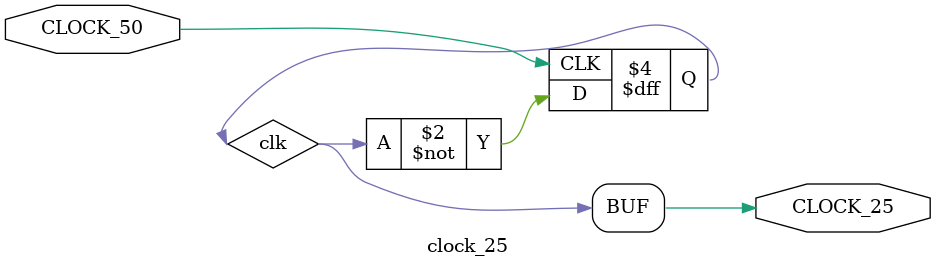
<source format=v>

/*
 * 25MHZ clock
 */
module clock_25 (
    CLOCK_50,
    CLOCK_25
);
    input CLOCK_50;
    output CLOCK_25;
    reg clk = 0;

    always @(posedge CLOCK_50) begin
        clk <= ~clk;
    end
 
    assign CLOCK_25 = clk;
endmodule

</source>
